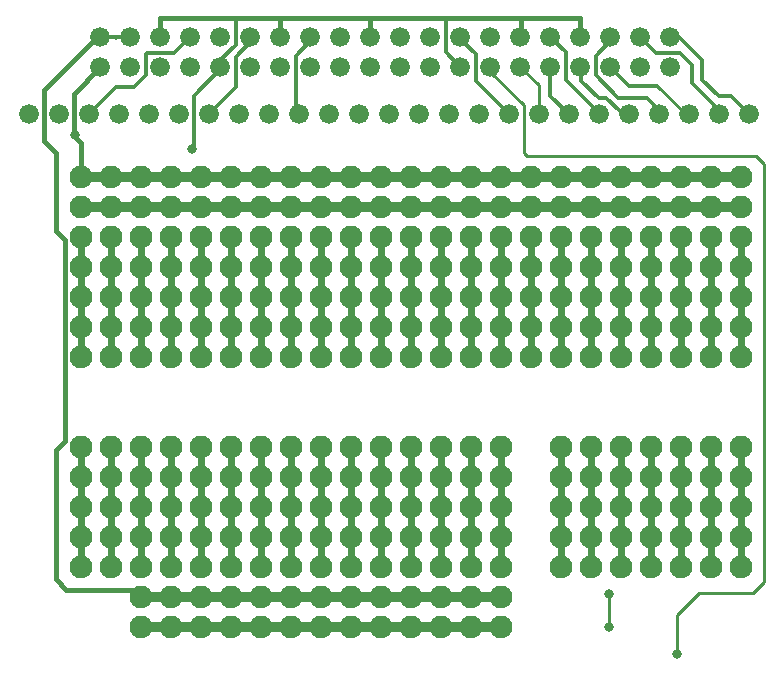
<source format=gbr>
G04 EAGLE Gerber RS-274X export*
G75*
%MOMM*%
%FSLAX34Y34*%
%LPD*%
%INBottom Copper*%
%IPPOS*%
%AMOC8*
5,1,8,0,0,1.08239X$1,22.5*%
G01*
%ADD10C,1.676400*%
%ADD11C,0.609600*%
%ADD12C,1.930400*%
%ADD13C,0.812800*%
%ADD14C,0.304800*%
%ADD15C,0.406400*%
%ADD16C,0.254000*%
%ADD17C,0.800100*%


D10*
X83700Y512300D03*
X83700Y537700D03*
X109100Y512300D03*
X109100Y537700D03*
X134500Y512300D03*
X134500Y537700D03*
X159900Y512300D03*
X159900Y537700D03*
X185300Y512300D03*
X185300Y537700D03*
X210700Y512300D03*
X210700Y537700D03*
X236100Y512300D03*
X236100Y537700D03*
X261500Y512300D03*
X261500Y537700D03*
X286900Y512300D03*
X286900Y537700D03*
X312300Y512300D03*
X312300Y537700D03*
X337700Y512300D03*
X337700Y537700D03*
X363100Y512300D03*
X363100Y537700D03*
X388500Y512300D03*
X388500Y537700D03*
X413900Y512300D03*
X413900Y537700D03*
X439300Y512300D03*
X439300Y537700D03*
X464700Y512300D03*
X464700Y537700D03*
X490100Y512300D03*
X490100Y537700D03*
X515500Y512300D03*
X515500Y537700D03*
X540900Y512300D03*
X540900Y537700D03*
X566300Y512300D03*
X566300Y537700D03*
X22860Y472440D03*
X48260Y472440D03*
X73660Y472440D03*
X99060Y472440D03*
X124460Y472440D03*
X149860Y472440D03*
X175260Y472440D03*
X200660Y472440D03*
X226060Y472440D03*
X251460Y472440D03*
X276860Y472440D03*
X302260Y472440D03*
X327660Y472440D03*
X353060Y472440D03*
X378460Y472440D03*
X403860Y472440D03*
X429260Y472440D03*
X454660Y472440D03*
X480060Y472440D03*
X505460Y472440D03*
X530860Y472440D03*
X556260Y472440D03*
X581660Y472440D03*
X607060Y472440D03*
X632460Y472440D03*
D11*
X67310Y190500D02*
X67310Y165100D01*
X67310Y139700D01*
X67310Y114300D01*
X67310Y88900D01*
D12*
X67310Y88900D03*
X67310Y114300D03*
X67310Y139700D03*
X67310Y165100D03*
X67310Y190500D03*
D11*
X92710Y114300D02*
X92710Y88900D01*
X92710Y114300D02*
X92710Y139700D01*
X92710Y165100D01*
X92710Y190500D01*
D12*
X92710Y88900D03*
X92710Y114300D03*
X92710Y139700D03*
X92710Y165100D03*
X92710Y190500D03*
D11*
X118110Y190500D02*
X118110Y165100D01*
X118110Y139700D01*
X118110Y114300D01*
X118110Y88900D01*
D12*
X118110Y88900D03*
X118110Y114300D03*
X118110Y139700D03*
X118110Y165100D03*
X118110Y190500D03*
D11*
X143510Y114300D02*
X143510Y88900D01*
X143510Y114300D02*
X143510Y139700D01*
X143510Y165100D01*
X143510Y190500D01*
D12*
X143510Y88900D03*
X143510Y114300D03*
X143510Y139700D03*
X143510Y165100D03*
X143510Y190500D03*
D11*
X168910Y190500D02*
X168910Y165100D01*
X168910Y139700D01*
X168910Y114300D01*
X168910Y88900D01*
D12*
X168910Y88900D03*
X168910Y114300D03*
X168910Y139700D03*
X168910Y165100D03*
X168910Y190500D03*
D11*
X194310Y114300D02*
X194310Y88900D01*
X194310Y114300D02*
X194310Y139700D01*
X194310Y165100D01*
X194310Y190500D01*
D12*
X194310Y88900D03*
X194310Y114300D03*
X194310Y139700D03*
X194310Y165100D03*
X194310Y190500D03*
D11*
X245110Y114300D02*
X245110Y88900D01*
X245110Y114300D02*
X245110Y139700D01*
X245110Y165100D02*
X245110Y190500D01*
X245110Y165100D02*
X245110Y139700D01*
D12*
X245110Y88900D03*
X245110Y114300D03*
X245110Y139700D03*
X245110Y165100D03*
X245110Y190500D03*
D11*
X219710Y190500D02*
X219710Y165100D01*
X219710Y139700D01*
X219710Y114300D01*
X219710Y88900D01*
D12*
X219710Y88900D03*
X219710Y114300D03*
X219710Y139700D03*
X219710Y165100D03*
X219710Y190500D03*
D11*
X270510Y190500D02*
X270510Y165100D01*
X270510Y139700D01*
X270510Y114300D02*
X270510Y88900D01*
X270510Y114300D02*
X270510Y139700D01*
D12*
X270510Y88900D03*
X270510Y114300D03*
X270510Y139700D03*
X270510Y165100D03*
X270510Y190500D03*
D11*
X295910Y190500D02*
X295910Y165100D01*
X295910Y139700D01*
X295910Y114300D02*
X295910Y88900D01*
X295910Y114300D02*
X295910Y139700D01*
D12*
X295910Y88900D03*
X295910Y114300D03*
X295910Y139700D03*
X295910Y165100D03*
X295910Y190500D03*
D11*
X321310Y190500D02*
X321310Y165100D01*
X321310Y139700D01*
X321310Y114300D01*
X321310Y88900D01*
D12*
X321310Y88900D03*
X321310Y114300D03*
X321310Y139700D03*
X321310Y165100D03*
X321310Y190500D03*
D11*
X346710Y114300D02*
X346710Y88900D01*
X346710Y114300D02*
X346710Y139700D01*
X346710Y165100D01*
X346710Y190500D01*
D12*
X346710Y88900D03*
X346710Y114300D03*
X346710Y139700D03*
X346710Y165100D03*
X346710Y190500D03*
D11*
X372110Y190500D02*
X372110Y165100D01*
X372110Y139700D01*
X372110Y114300D01*
X372110Y88900D01*
D12*
X372110Y88900D03*
X372110Y114300D03*
X372110Y139700D03*
X372110Y165100D03*
X372110Y190500D03*
D11*
X397510Y114300D02*
X397510Y88900D01*
X397510Y114300D02*
X397510Y139700D01*
X397510Y165100D02*
X397510Y190500D01*
X397510Y165100D02*
X397510Y139700D01*
D12*
X397510Y88900D03*
X397510Y114300D03*
X397510Y139700D03*
X397510Y165100D03*
X397510Y190500D03*
D11*
X422910Y114300D02*
X422910Y88900D01*
X422910Y114300D02*
X422910Y139700D01*
X422910Y165100D02*
X422910Y190500D01*
X422910Y165100D02*
X422910Y139700D01*
D12*
X422910Y88900D03*
X422910Y114300D03*
X422910Y139700D03*
X422910Y165100D03*
X422910Y190500D03*
D11*
X499110Y190500D02*
X499110Y165100D01*
X499110Y139700D01*
X499110Y114300D01*
X499110Y88900D01*
D12*
X499110Y88900D03*
X499110Y114300D03*
X499110Y139700D03*
X499110Y165100D03*
X499110Y190500D03*
D11*
X473710Y114300D02*
X473710Y88900D01*
X473710Y114300D02*
X473710Y139700D01*
X473710Y165100D01*
X473710Y190500D01*
D12*
X473710Y88900D03*
X473710Y114300D03*
X473710Y139700D03*
X473710Y165100D03*
X473710Y190500D03*
D11*
X524510Y165100D02*
X524510Y139700D01*
X524510Y165100D02*
X524510Y190500D01*
X524510Y114300D02*
X524510Y88900D01*
X524510Y114300D02*
X524510Y139700D01*
D12*
X524510Y88900D03*
X524510Y114300D03*
X524510Y139700D03*
X524510Y165100D03*
X524510Y190500D03*
D11*
X549910Y114300D02*
X549910Y88900D01*
X549910Y114300D02*
X549910Y139700D01*
X549910Y165100D02*
X549910Y190500D01*
X549910Y165100D02*
X549910Y139700D01*
D12*
X549910Y88900D03*
X549910Y114300D03*
X549910Y139700D03*
X549910Y165100D03*
X549910Y190500D03*
D11*
X600710Y114300D02*
X600710Y88900D01*
X600710Y114300D02*
X600710Y139700D01*
X600710Y165100D01*
X600710Y190500D01*
D12*
X600710Y88900D03*
X600710Y114300D03*
X600710Y139700D03*
X600710Y165100D03*
X600710Y190500D03*
D11*
X575310Y190500D02*
X575310Y165100D01*
X575310Y139700D01*
X575310Y114300D01*
X575310Y88900D01*
D12*
X575310Y88900D03*
X575310Y114300D03*
X575310Y139700D03*
X575310Y165100D03*
X575310Y190500D03*
D11*
X626110Y190500D02*
X626110Y165100D01*
X626110Y139700D01*
X626110Y114300D01*
X626110Y88900D01*
D12*
X626110Y88900D03*
X626110Y114300D03*
X626110Y139700D03*
X626110Y190500D03*
X626110Y165100D03*
D11*
X626110Y342900D02*
X626110Y368300D01*
X626110Y342900D02*
X626110Y317500D01*
X626110Y292100D02*
X626110Y266700D01*
X626110Y292100D02*
X626110Y317500D01*
D12*
X626110Y368300D03*
X626110Y342900D03*
X626110Y317500D03*
X626110Y292100D03*
X626110Y266700D03*
D11*
X600710Y266700D02*
X600710Y292100D01*
X600710Y317500D01*
X600710Y342900D02*
X600710Y368300D01*
X600710Y342900D02*
X600710Y317500D01*
D12*
X600710Y368300D03*
X600710Y342900D03*
X600710Y317500D03*
X600710Y292100D03*
X600710Y266700D03*
D11*
X575310Y266700D02*
X575310Y292100D01*
X575310Y317500D01*
X575310Y342900D02*
X575310Y368300D01*
X575310Y342900D02*
X575310Y317500D01*
D12*
X575310Y368300D03*
X575310Y342900D03*
X575310Y317500D03*
X575310Y292100D03*
X575310Y266700D03*
D11*
X549910Y266700D02*
X549910Y292100D01*
X549910Y317500D01*
X549910Y342900D01*
X549910Y368300D01*
D12*
X549910Y368300D03*
X549910Y342900D03*
X549910Y317500D03*
X549910Y292100D03*
X549910Y266700D03*
D11*
X524510Y342900D02*
X524510Y368300D01*
X524510Y342900D02*
X524510Y317500D01*
X524510Y292100D01*
X524510Y266700D01*
D12*
X524510Y368300D03*
X524510Y342900D03*
X524510Y317500D03*
X524510Y292100D03*
X524510Y266700D03*
D11*
X499110Y266700D02*
X499110Y292100D01*
X499110Y317500D01*
X499110Y342900D01*
X499110Y368300D01*
D12*
X499110Y368300D03*
X499110Y342900D03*
X499110Y317500D03*
X499110Y292100D03*
X499110Y266700D03*
D11*
X473710Y342900D02*
X473710Y368300D01*
X473710Y342900D02*
X473710Y317500D01*
X473710Y292100D02*
X473710Y266700D01*
X473710Y292100D02*
X473710Y317500D01*
D12*
X473710Y368300D03*
X473710Y342900D03*
X473710Y317500D03*
X473710Y292100D03*
X473710Y266700D03*
D11*
X448310Y342900D02*
X448310Y368300D01*
X448310Y342900D02*
X448310Y317500D01*
X448310Y292100D02*
X448310Y266700D01*
X448310Y292100D02*
X448310Y317500D01*
D12*
X448310Y368300D03*
X448310Y342900D03*
X448310Y317500D03*
X448310Y292100D03*
X448310Y266700D03*
D11*
X422910Y266700D02*
X422910Y292100D01*
X422910Y317500D01*
X422910Y342900D01*
X422910Y368300D01*
D12*
X422910Y368300D03*
X422910Y342900D03*
X422910Y317500D03*
X422910Y292100D03*
X422910Y266700D03*
D11*
X372110Y266700D02*
X372110Y292100D01*
X372110Y317500D01*
X372110Y342900D01*
X372110Y368300D01*
D12*
X372110Y368300D03*
X372110Y342900D03*
X372110Y317500D03*
X372110Y292100D03*
X372110Y266700D03*
D11*
X397510Y342900D02*
X397510Y368300D01*
X397510Y342900D02*
X397510Y317500D01*
X397510Y292100D01*
X397510Y266700D01*
D12*
X397510Y368300D03*
X397510Y342900D03*
X397510Y317500D03*
X397510Y292100D03*
X397510Y266700D03*
D11*
X346710Y292100D02*
X346710Y317500D01*
X346710Y292100D02*
X346710Y266700D01*
X346710Y342900D02*
X346710Y368300D01*
X346710Y342900D02*
X346710Y317500D01*
D12*
X346710Y368300D03*
X346710Y342900D03*
X346710Y317500D03*
X346710Y292100D03*
X346710Y266700D03*
D11*
X321310Y342900D02*
X321310Y368300D01*
X321310Y342900D02*
X321310Y317500D01*
X321310Y292100D02*
X321310Y266700D01*
X321310Y292100D02*
X321310Y317500D01*
D12*
X321310Y368300D03*
X321310Y342900D03*
X321310Y317500D03*
X321310Y292100D03*
X321310Y266700D03*
D11*
X270510Y342900D02*
X270510Y368300D01*
X270510Y342900D02*
X270510Y317500D01*
X270510Y292100D01*
X270510Y266700D01*
D12*
X270510Y368300D03*
X270510Y342900D03*
X270510Y317500D03*
X270510Y292100D03*
X270510Y266700D03*
D11*
X295910Y266700D02*
X295910Y292100D01*
X295910Y317500D01*
X295910Y342900D01*
X295910Y368300D01*
D12*
X295910Y368300D03*
X295910Y342900D03*
X295910Y317500D03*
X295910Y292100D03*
X295910Y266700D03*
D11*
X245110Y266700D02*
X245110Y292100D01*
X245110Y317500D01*
X245110Y342900D01*
X245110Y368300D01*
D12*
X245110Y368300D03*
X245110Y342900D03*
X245110Y317500D03*
X245110Y266700D03*
X245110Y292100D03*
D11*
X219710Y342900D02*
X219710Y368300D01*
X219710Y342900D02*
X219710Y317500D01*
X219710Y292100D01*
X219710Y266700D01*
D12*
X219710Y368300D03*
X219710Y342900D03*
X219710Y317500D03*
X219710Y292100D03*
X219710Y266700D03*
D11*
X194310Y266700D02*
X194310Y292100D01*
X194310Y317500D01*
X194310Y342900D01*
X194310Y368300D01*
D12*
X194310Y368300D03*
X194310Y342900D03*
X194310Y317500D03*
X194310Y292100D03*
X194310Y266700D03*
D11*
X168910Y342900D02*
X168910Y368300D01*
X168910Y342900D02*
X168910Y317500D01*
X168910Y292100D01*
X168910Y266700D01*
D12*
X168910Y368300D03*
X168910Y342900D03*
X168910Y317500D03*
X168910Y292100D03*
X168910Y266700D03*
D11*
X118110Y266700D02*
X118110Y292100D01*
X118110Y317500D01*
X118110Y342900D01*
X118110Y368300D01*
D12*
X118110Y368300D03*
X118110Y342900D03*
X118110Y317500D03*
X118110Y292100D03*
X118110Y266700D03*
D11*
X143510Y342900D02*
X143510Y368300D01*
X143510Y342900D02*
X143510Y317500D01*
X143510Y292100D02*
X143510Y266700D01*
X143510Y292100D02*
X143510Y317500D01*
D12*
X143510Y368300D03*
X143510Y342900D03*
X143510Y317500D03*
X143510Y292100D03*
X143510Y266700D03*
D11*
X92710Y266700D02*
X92710Y292100D01*
X92710Y342900D02*
X92710Y368300D01*
X92710Y342900D02*
X92710Y317500D01*
X92710Y292100D01*
D12*
X92710Y368300D03*
X92710Y342900D03*
X92710Y317500D03*
X92710Y292100D03*
X92710Y266700D03*
D11*
X67310Y342900D02*
X67310Y368300D01*
X67310Y342900D02*
X67310Y317500D01*
X67310Y292100D02*
X67310Y266700D01*
X67310Y292100D02*
X67310Y317500D01*
D12*
X67310Y368300D03*
X67310Y342900D03*
X67310Y317500D03*
X67310Y292100D03*
X67310Y266700D03*
D13*
X397510Y63500D02*
X422910Y63500D01*
X372110Y63500D02*
X346710Y63500D01*
X321310Y63500D02*
X295910Y63500D01*
X270510Y63500D02*
X245110Y63500D01*
X219710Y63500D01*
X194310Y63500D02*
X168910Y63500D01*
X143510Y63500D02*
X118110Y63500D01*
X143510Y63500D02*
X168910Y63500D01*
X194310Y63500D02*
X219710Y63500D01*
X270510Y63500D02*
X295910Y63500D01*
X321310Y63500D02*
X346710Y63500D01*
X372110Y63500D02*
X397510Y63500D01*
D12*
X422910Y63500D03*
X397510Y63500D03*
X372110Y63500D03*
X346710Y63500D03*
X295910Y63500D03*
X321310Y63500D03*
X270510Y63500D03*
X245110Y63500D03*
X219710Y63500D03*
X194310Y63500D03*
X168910Y63500D03*
X143510Y63500D03*
X118110Y63500D03*
D14*
X111760Y63500D01*
X109100Y537700D02*
X96993Y537700D01*
X83700Y537700D01*
X96520Y537227D02*
X96993Y537700D01*
X118110Y69850D02*
X118110Y63500D01*
D15*
X118110Y69850D02*
X54610Y69850D01*
X45720Y78740D01*
X45720Y187960D01*
X53340Y195580D01*
X53340Y365760D01*
X35560Y492760D02*
X80500Y537700D01*
X83700Y537700D01*
X35560Y492760D02*
X35560Y449580D01*
X45720Y439420D01*
X45720Y373380D01*
X53340Y365760D01*
D16*
X439300Y512300D02*
X454660Y496940D01*
X454660Y472440D01*
D14*
X464700Y487800D02*
X464700Y512300D01*
X464700Y487800D02*
X480060Y472440D01*
X490100Y512300D02*
X491000Y512300D01*
X491000Y500870D01*
X505460Y486410D01*
X511810Y486410D01*
X523240Y474980D01*
X528320Y474980D01*
X530860Y472440D01*
X531230Y496570D02*
X515500Y512300D01*
X531230Y496570D02*
X554990Y496570D01*
D16*
X579120Y472440D01*
X581660Y472440D01*
D17*
X514350Y38100D03*
D16*
X514350Y66040D01*
D17*
X514350Y66040D03*
D13*
X92710Y419100D02*
X67310Y419100D01*
X92710Y419100D02*
X118110Y419100D01*
X143510Y419100D01*
X168910Y419100D01*
X194310Y419100D01*
X219710Y419100D01*
X245110Y419100D01*
X270510Y419100D01*
X295910Y419100D01*
X321310Y419100D01*
X346710Y419100D01*
X372110Y419100D01*
D12*
X67310Y419100D03*
X92710Y419100D03*
X118110Y419100D03*
X143510Y419100D03*
X168910Y419100D03*
X194310Y419100D03*
X219710Y419100D03*
X245110Y419100D03*
X270510Y419100D03*
X295910Y419100D03*
X321310Y419100D03*
X346710Y419100D03*
X372110Y419100D03*
D17*
X62230Y454660D03*
D15*
X60960Y489560D02*
X83700Y512300D01*
X60960Y489560D02*
X60960Y454660D01*
X62230Y453390D01*
X67310Y448310D01*
X67310Y419100D01*
X62230Y453390D02*
X62230Y454660D01*
D12*
X397510Y419100D03*
X422910Y419100D03*
X448310Y419100D03*
X473710Y419100D03*
X499110Y419100D03*
X524510Y419100D03*
X549910Y419100D03*
X575310Y419100D03*
X600710Y419100D03*
X626110Y419100D03*
D13*
X397510Y419100D02*
X372110Y419100D01*
X397510Y419100D02*
X422910Y419100D01*
X448310Y419100D01*
X473710Y419100D01*
X499110Y419100D01*
X524510Y419100D01*
X549910Y419100D01*
X575310Y419100D01*
X600710Y419100D01*
X626110Y419100D01*
X626110Y393700D02*
X600710Y393700D01*
X575310Y393700D01*
X549910Y393700D01*
X524510Y393700D01*
X499110Y393700D01*
X473710Y393700D01*
X448310Y393700D01*
X422910Y393700D01*
X397510Y393700D01*
X372110Y393700D01*
X346710Y393700D01*
X321310Y393700D02*
X295910Y393700D01*
X270510Y393700D02*
X245110Y393700D01*
X219710Y393700D02*
X194310Y393700D01*
X168910Y393700D01*
X143510Y393700D02*
X118110Y393700D01*
X92710Y393700D02*
X67310Y393700D01*
X92710Y393700D02*
X118110Y393700D01*
X143510Y393700D02*
X168910Y393700D01*
X219710Y393700D02*
X245110Y393700D01*
X270510Y393700D02*
X295910Y393700D01*
X321310Y393700D02*
X346710Y393700D01*
D12*
X626110Y393700D03*
X600710Y393700D03*
X575310Y393700D03*
X549910Y393700D03*
X524510Y393700D03*
X499110Y393700D03*
X473710Y393700D03*
X448310Y393700D03*
X422910Y393700D03*
X397510Y393700D03*
X372110Y393700D03*
X346710Y393700D03*
X321310Y393700D03*
X295910Y393700D03*
X245110Y393700D03*
X270510Y393700D03*
X219710Y393700D03*
X194310Y393700D03*
X168910Y393700D03*
X143510Y393700D03*
X118110Y393700D03*
X92710Y393700D03*
X67310Y393700D03*
D13*
X118110Y38100D02*
X143510Y38100D01*
X168910Y38100D01*
X194310Y38100D01*
X219710Y38100D01*
X245110Y38100D01*
X270510Y38100D01*
X295910Y38100D01*
X321310Y38100D01*
X346710Y38100D01*
X372110Y38100D01*
X397510Y38100D01*
X422910Y38100D01*
D12*
X118110Y38100D03*
X143510Y38100D03*
X168910Y38100D03*
X194310Y38100D03*
X219710Y38100D03*
X245110Y38100D03*
X270510Y38100D03*
X295910Y38100D03*
X321310Y38100D03*
X346710Y38100D03*
X372110Y38100D03*
X397510Y38100D03*
X422910Y38100D03*
D15*
X490100Y537700D02*
X490100Y553720D01*
X439420Y553720D01*
X439420Y537700D01*
X439300Y537700D01*
X312300Y537700D02*
X312300Y553720D01*
X375920Y553720D01*
X439420Y553720D01*
X236100Y553720D02*
X236100Y537700D01*
X236100Y553720D02*
X312300Y553720D01*
X134500Y553720D02*
X134500Y537700D01*
X134500Y553720D02*
X199390Y553720D01*
X236100Y553720D01*
D14*
X185300Y518040D02*
X185300Y512300D01*
X185300Y518040D02*
X198120Y530860D01*
X198120Y552450D01*
X199390Y553720D01*
X375920Y524880D02*
X388500Y512300D01*
X375920Y524880D02*
X375920Y553720D01*
D17*
X161290Y443230D03*
D14*
X162560Y444500D01*
X162560Y487680D01*
X185300Y510420D01*
X185300Y512300D01*
X96520Y495300D02*
X73660Y472440D01*
X96520Y495300D02*
X111760Y495300D01*
X121920Y505460D01*
X121920Y523240D01*
X123190Y524510D01*
X146050Y524510D01*
X159240Y537700D01*
X159900Y537700D01*
X198120Y495300D02*
X175260Y472440D01*
X198120Y495300D02*
X198120Y520700D01*
X210700Y533280D01*
X210700Y537700D01*
X388500Y537700D02*
X388500Y536060D01*
X401320Y523240D01*
X401320Y500380D01*
X429260Y472440D01*
X515500Y534550D02*
X515500Y537700D01*
X515500Y534550D02*
X502920Y521970D01*
X502920Y505460D01*
X521970Y486410D01*
X546100Y486410D01*
X556260Y476250D01*
X556260Y472440D01*
X554090Y524510D02*
X540900Y537700D01*
X554090Y524510D02*
X574040Y524510D01*
X584200Y514350D01*
X584200Y499110D01*
X607060Y476250D01*
X607060Y472440D01*
X617220Y487680D02*
X632460Y472440D01*
X617220Y487680D02*
X607060Y487680D01*
X593090Y501650D01*
X593090Y518160D01*
X574040Y537210D01*
X566790Y537210D01*
X566300Y537700D01*
X251460Y472440D02*
X248920Y474980D01*
X248920Y521970D01*
X261500Y534550D01*
X261500Y537700D01*
D16*
X413900Y512300D02*
X413900Y508120D01*
X441960Y480060D01*
X441960Y439420D01*
X444500Y436880D01*
X638810Y436880D01*
X645160Y430530D01*
X645160Y76200D01*
X636270Y67310D01*
X590550Y67310D01*
X571500Y48260D01*
X571500Y15240D01*
D17*
X571500Y15240D03*
D14*
X477520Y524880D02*
X464700Y537700D01*
X477520Y524880D02*
X477520Y501650D01*
X505460Y473710D01*
X505460Y472440D01*
M02*

</source>
